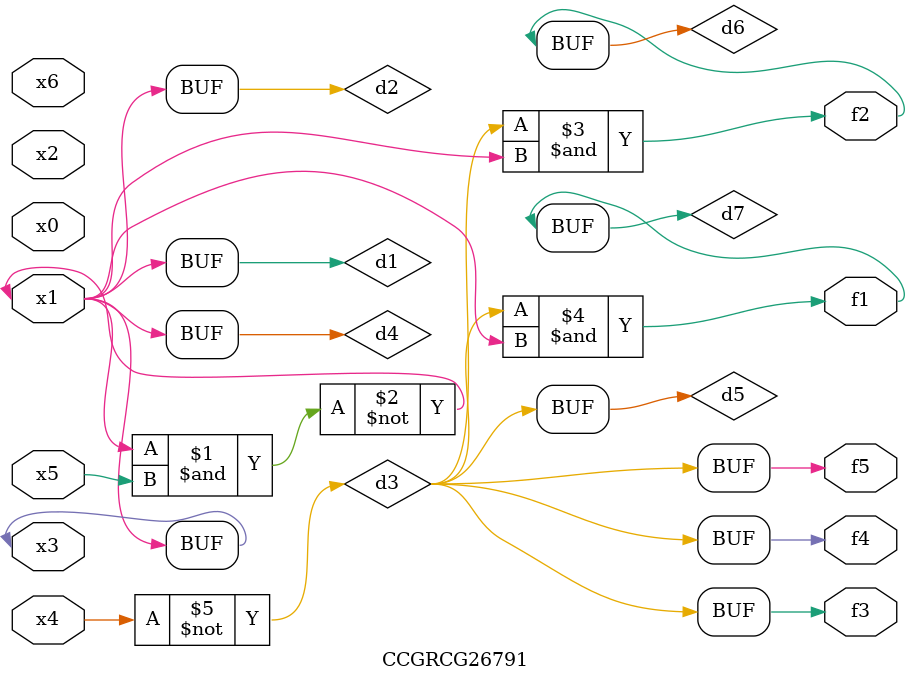
<source format=v>
module CCGRCG26791(
	input x0, x1, x2, x3, x4, x5, x6,
	output f1, f2, f3, f4, f5
);

	wire d1, d2, d3, d4, d5, d6, d7;

	buf (d1, x1, x3);
	nand (d2, x1, x5);
	not (d3, x4);
	buf (d4, d1, d2);
	buf (d5, d3);
	and (d6, d3, d4);
	and (d7, d3, d4);
	assign f1 = d7;
	assign f2 = d6;
	assign f3 = d5;
	assign f4 = d5;
	assign f5 = d5;
endmodule

</source>
